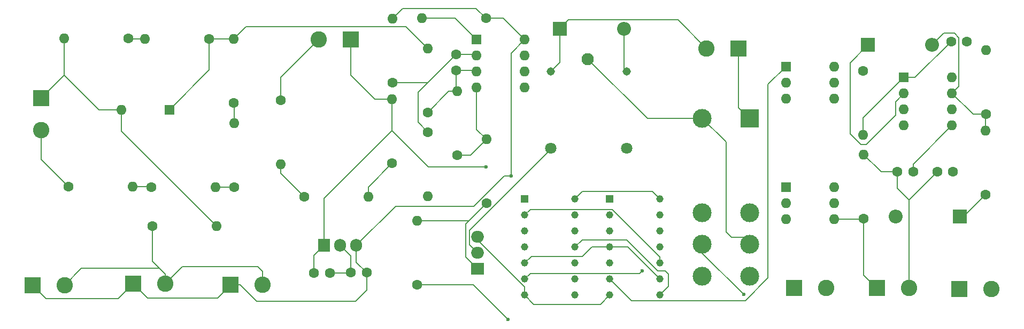
<source format=gbr>
%TF.GenerationSoftware,KiCad,Pcbnew,7.0.5*%
%TF.CreationDate,2023-12-24T17:16:59+05:30*%
%TF.ProjectId,TSALv3,5453414c-7633-42e6-9b69-6361645f7063,rev?*%
%TF.SameCoordinates,Original*%
%TF.FileFunction,Copper,L1,Top*%
%TF.FilePolarity,Positive*%
%FSLAX46Y46*%
G04 Gerber Fmt 4.6, Leading zero omitted, Abs format (unit mm)*
G04 Created by KiCad (PCBNEW 7.0.5) date 2023-12-24 17:16:59*
%MOMM*%
%LPD*%
G01*
G04 APERTURE LIST*
%TA.AperFunction,ComponentPad*%
%ADD10C,1.600000*%
%TD*%
%TA.AperFunction,ComponentPad*%
%ADD11O,1.600000X1.600000*%
%TD*%
%TA.AperFunction,ComponentPad*%
%ADD12R,2.600000X2.600000*%
%TD*%
%TA.AperFunction,ComponentPad*%
%ADD13C,2.600000*%
%TD*%
%TA.AperFunction,ComponentPad*%
%ADD14R,1.905000X2.000000*%
%TD*%
%TA.AperFunction,ComponentPad*%
%ADD15O,1.905000X2.000000*%
%TD*%
%TA.AperFunction,ComponentPad*%
%ADD16R,1.170000X1.170000*%
%TD*%
%TA.AperFunction,ComponentPad*%
%ADD17C,1.170000*%
%TD*%
%TA.AperFunction,ComponentPad*%
%ADD18R,2.000000X1.905000*%
%TD*%
%TA.AperFunction,ComponentPad*%
%ADD19O,2.000000X1.905000*%
%TD*%
%TA.AperFunction,ComponentPad*%
%ADD20R,2.200000X2.200000*%
%TD*%
%TA.AperFunction,ComponentPad*%
%ADD21O,2.200000X2.200000*%
%TD*%
%TA.AperFunction,ComponentPad*%
%ADD22C,3.000000*%
%TD*%
%TA.AperFunction,ComponentPad*%
%ADD23R,3.000000X3.000000*%
%TD*%
%TA.AperFunction,ComponentPad*%
%ADD24R,1.600000X1.600000*%
%TD*%
%TA.AperFunction,ComponentPad*%
%ADD25C,1.308000*%
%TD*%
%TA.AperFunction,ComponentPad*%
%ADD26C,1.950000*%
%TD*%
%TA.AperFunction,ComponentPad*%
%ADD27C,1.800000*%
%TD*%
%TA.AperFunction,ViaPad*%
%ADD28C,0.600000*%
%TD*%
%TA.AperFunction,Conductor*%
%ADD29C,0.200000*%
%TD*%
G04 APERTURE END LIST*
D10*
%TO.P,R4,1*%
%TO.N,Net-(R2-Pad2)*%
X86842600Y-61391800D03*
D11*
%TO.P,R4,2*%
%TO.N,Net-(R4-Pad2)*%
X97002600Y-61391800D03*
%TD*%
D10*
%TO.P,R8,1*%
%TO.N,/Vin*%
X96012000Y-37871400D03*
D11*
%TO.P,R8,2*%
%TO.N,Net-(R8-Pad2)*%
X85852000Y-37871400D03*
%TD*%
D10*
%TO.P,R1,1*%
%TO.N,Net-(R1-Pad1)*%
X124993400Y-57632600D03*
D11*
%TO.P,R1,2*%
%TO.N,+12V*%
X124993400Y-47472600D03*
%TD*%
D12*
%TO.P,J6,1,Pin_1*%
%TO.N,+12V*%
X179862400Y-39420600D03*
D13*
%TO.P,J6,2,Pin_2*%
%TO.N,reset*%
X174782400Y-39420600D03*
%TD*%
D14*
%TO.P,U5,1,IN*%
%TO.N,+12V*%
X114249200Y-70688200D03*
D15*
%TO.P,U5,2,GND*%
%TO.N,GND*%
X116789200Y-70688200D03*
%TO.P,U5,3,OUT*%
%TO.N,+5V*%
X119329200Y-70688200D03*
%TD*%
D16*
%TO.P,U7,1,1A*%
%TO.N,unconnected-(U7-1A-Pad1)*%
X159453600Y-63322200D03*
D17*
%TO.P,U7,2,1B*%
%TO.N,unconnected-(U7-1B-Pad2)*%
X159453600Y-65862200D03*
%TO.P,U7,3,1Y*%
%TO.N,unconnected-(U7-1Y-Pad3)*%
X159453600Y-68402200D03*
%TO.P,U7,4,2A*%
%TO.N,TS Status*%
X159453600Y-70942200D03*
%TO.P,U7,5,2B*%
%TO.N,AIR State*%
X159453600Y-73482200D03*
%TO.P,U7,6,2Y*%
%TO.N,RED ON*%
X159453600Y-76022200D03*
%TO.P,U7,7,GND*%
%TO.N,GND*%
X159453600Y-78562200D03*
%TO.P,U7,8,3Y*%
%TO.N,TSAL Error*%
X167393600Y-78562200D03*
%TO.P,U7,9,3A*%
%TO.N,TS Status*%
X167393600Y-76022200D03*
%TO.P,U7,10,3B*%
%TO.N,AUX Open*%
X167393600Y-73482200D03*
%TO.P,U7,11,4Y*%
%TO.N,unconnected-(U7-4Y-Pad11)*%
X167393600Y-70942200D03*
%TO.P,U7,12,4A*%
%TO.N,unconnected-(U7-4A-Pad12)*%
X167393600Y-68402200D03*
%TO.P,U7,13,4B*%
%TO.N,unconnected-(U7-4B-Pad13)*%
X167393600Y-65862200D03*
%TO.P,U7,14,VCC*%
%TO.N,+5V*%
X167393600Y-63322200D03*
%TD*%
D10*
%TO.P,R16,1*%
%TO.N,Net-(D1-A)*%
X218998800Y-49860200D03*
D11*
%TO.P,R16,2*%
%TO.N,Net-(U4-VCC)*%
X218998800Y-39700200D03*
%TD*%
D16*
%TO.P,U6,1,1A*%
%TO.N,AIR State*%
X146000900Y-63322200D03*
D17*
%TO.P,U6,2,1Y*%
%TO.N,AUX Open*%
X146000900Y-65862200D03*
%TO.P,U6,3,2A*%
%TO.N,unconnected-(U6-2A-Pad3)*%
X146000900Y-68402200D03*
%TO.P,U6,4,2Y*%
%TO.N,unconnected-(U6-2Y-Pad4)*%
X146000900Y-70942200D03*
%TO.P,U6,5,3A*%
%TO.N,TS Status*%
X146000900Y-73482200D03*
%TO.P,U6,6,3Y*%
%TO.N,TS' Status*%
X146000900Y-76022200D03*
%TO.P,U6,7,GND*%
%TO.N,GND*%
X146000900Y-78562200D03*
%TO.P,U6,8,4Y*%
%TO.N,unconnected-(U6-4Y-Pad8)*%
X153940900Y-78562200D03*
%TO.P,U6,9,4A*%
%TO.N,unconnected-(U6-4A-Pad9)*%
X153940900Y-76022200D03*
%TO.P,U6,10,5Y*%
%TO.N,TSAL Error'*%
X153940900Y-73482200D03*
%TO.P,U6,11,5A*%
%TO.N,TSAL Error*%
X153940900Y-70942200D03*
%TO.P,U6,12,6Y*%
%TO.N,unconnected-(U6-6Y-Pad12)*%
X153940900Y-68402200D03*
%TO.P,U6,13,6A*%
%TO.N,unconnected-(U6-6A-Pad13)*%
X153940900Y-65862200D03*
%TO.P,U6,14,VCC*%
%TO.N,+5V*%
X153940900Y-63322200D03*
%TD*%
D10*
%TO.P,R3,1*%
%TO.N,/Vref*%
X111074200Y-62941200D03*
D11*
%TO.P,R3,2*%
%TO.N,Net-(R1-Pad1)*%
X121234200Y-62941200D03*
%TD*%
D10*
%TO.P,R2,1*%
%TO.N,/+HV*%
X73761600Y-61366400D03*
D11*
%TO.P,R2,2*%
%TO.N,Net-(R2-Pad2)*%
X83921600Y-61366400D03*
%TD*%
D10*
%TO.P,R10,1*%
%TO.N,Net-(U1A-+)*%
X130632200Y-49555400D03*
D11*
%TO.P,R10,2*%
%TO.N,/Vin*%
X130632200Y-39395400D03*
%TD*%
D10*
%TO.P,C2,1*%
%TO.N,Net-(U1A-+)*%
X135138000Y-42865200D03*
%TO.P,C2,2*%
%TO.N,Net-(U1A--)*%
X135138000Y-40365200D03*
%TD*%
D18*
%TO.P,Q1,1,G*%
%TO.N,Net-(Q1-G)*%
X138536800Y-74371200D03*
D19*
%TO.P,Q1,2,D*%
%TO.N,Net-(Q1-D)*%
X138536800Y-71831200D03*
%TO.P,Q1,3,S*%
%TO.N,GND*%
X138536800Y-69291200D03*
%TD*%
D10*
%TO.P,R28,1*%
%TO.N,Net-(Q1-G)*%
X139928600Y-63982600D03*
D11*
%TO.P,R28,2*%
%TO.N,GND*%
X139928600Y-53822600D03*
%TD*%
D10*
%TO.P,R5,1*%
%TO.N,GND*%
X107391200Y-47650400D03*
D11*
%TO.P,R5,2*%
%TO.N,/Vref*%
X107391200Y-57810400D03*
%TD*%
D20*
%TO.P,D3,1,K*%
%TO.N,reset*%
X151536400Y-36271200D03*
D21*
%TO.P,D3,2,A*%
%TO.N,GND*%
X161696400Y-36271200D03*
%TD*%
D10*
%TO.P,R14,1*%
%TO.N,Net-(U4-VCC)*%
X199593200Y-43002200D03*
D11*
%TO.P,R14,2*%
%TO.N,GLV-*%
X199593200Y-53162200D03*
%TD*%
D12*
%TO.P,J1,1,Pin_1*%
%TO.N,GND*%
X69418000Y-47264400D03*
D13*
%TO.P,J1,2,Pin_2*%
%TO.N,/+HV*%
X69418000Y-52344400D03*
%TD*%
D10*
%TO.P,C4,1*%
%TO.N,GLV-*%
X213507000Y-38303200D03*
%TO.P,C4,2*%
%TO.N,Net-(U4-VCC)*%
X216007000Y-38303200D03*
%TD*%
D12*
%TO.P,J4,1,Pin_1*%
%TO.N,+5V*%
X83997800Y-76733400D03*
D13*
%TO.P,J4,2,Pin_2*%
%TO.N,AIR State*%
X89077800Y-76733400D03*
%TD*%
D10*
%TO.P,C1,1*%
%TO.N,GND*%
X115143600Y-75031600D03*
%TO.P,C1,2*%
%TO.N,+12V*%
X112643600Y-75031600D03*
%TD*%
D12*
%TO.P,J7,1,Pin_1*%
%TO.N,GLV+*%
X214828200Y-77597200D03*
D13*
%TO.P,J7,2,Pin_2*%
%TO.N,GLV-*%
X219908200Y-77597200D03*
%TD*%
D10*
%TO.P,R19,1*%
%TO.N,GND*%
X135280400Y-56362600D03*
D11*
%TO.P,R19,2*%
%TO.N,Net-(U1A-+)*%
X135280400Y-46202600D03*
%TD*%
D10*
%TO.P,R18,1*%
%TO.N,Net-(U1A--)*%
X125044200Y-44831000D03*
D11*
%TO.P,R18,2*%
%TO.N,+5V*%
X125044200Y-34671000D03*
%TD*%
D22*
%TO.P,K2,11*%
%TO.N,Net-(K1-PadCOM)*%
X181609100Y-70522500D03*
%TO.P,K2,12*%
%TO.N,unconnected-(K2-Pad12)*%
X181609100Y-65522500D03*
%TO.P,K2,14*%
%TO.N,Net-(Q1-D)*%
X181609100Y-75522500D03*
%TO.P,K2,21*%
%TO.N,GLV+*%
X174109100Y-70522500D03*
%TO.P,K2,22*%
%TO.N,unconnected-(K2-Pad22)*%
X174109100Y-65522500D03*
%TO.P,K2,24*%
%TO.N,GLV supply*%
X174109100Y-75522500D03*
D23*
%TO.P,K2,A1*%
%TO.N,+12V*%
X181609100Y-50522500D03*
D22*
%TO.P,K2,A2*%
%TO.N,Net-(K1-PadCOM)*%
X174109100Y-50522500D03*
%TD*%
D10*
%TO.P,R12,1*%
%TO.N,+5V*%
X139877800Y-34620200D03*
D11*
%TO.P,R12,2*%
%TO.N,TS Status*%
X129717800Y-34620200D03*
%TD*%
D24*
%TO.P,D2,1,K*%
%TO.N,/Vin*%
X89712800Y-49123600D03*
D11*
%TO.P,D2,2,A*%
%TO.N,GND*%
X82092800Y-49123600D03*
%TD*%
D12*
%TO.P,J5,1,Pin_1*%
%TO.N,+5V*%
X99441000Y-76885800D03*
D13*
%TO.P,J5,2,Pin_2*%
%TO.N,AIR State*%
X104521000Y-76885800D03*
%TD*%
D20*
%TO.P,D4,1,K*%
%TO.N,Net-(D4-K)*%
X214858600Y-66065400D03*
D21*
%TO.P,D4,2,A*%
%TO.N,Net-(D1-K)*%
X204698600Y-66065400D03*
%TD*%
D25*
%TO.P,K1,COIL1*%
%TO.N,GND*%
X162102800Y-43070400D03*
%TO.P,K1,COIL2*%
%TO.N,reset*%
X150102800Y-43070400D03*
D26*
%TO.P,K1,COM*%
%TO.N,Net-(K1-PadCOM)*%
X155982800Y-41070400D03*
D27*
%TO.P,K1,NC*%
%TO.N,unconnected-(K1-PadNC)*%
X162102800Y-55270400D03*
%TO.P,K1,NO*%
%TO.N,Net-(Q1-D)*%
X150102800Y-55270400D03*
%TD*%
D10*
%TO.P,C6,1*%
%TO.N,GLV-*%
X211322600Y-58928000D03*
%TO.P,C6,2*%
%TO.N,Net-(D1-K)*%
X213822600Y-58928000D03*
%TD*%
D12*
%TO.P,J8,1,Pin_1*%
%TO.N,/GRN+*%
X201747200Y-77444800D03*
D13*
%TO.P,J8,2,Pin_2*%
%TO.N,GLV-*%
X206827200Y-77444800D03*
%TD*%
D10*
%TO.P,C5,1*%
%TO.N,GLV-*%
X204998000Y-59004200D03*
%TO.P,C5,2*%
%TO.N,Net-(U4-CV)*%
X207498000Y-59004200D03*
%TD*%
%TO.P,R17,1*%
%TO.N,Net-(D4-K)*%
X218922600Y-62585600D03*
D11*
%TO.P,R17,2*%
%TO.N,Net-(D1-A)*%
X218922600Y-52425600D03*
%TD*%
D24*
%TO.P,U8,1*%
%TO.N,TS' Status*%
X187411200Y-61381400D03*
D11*
%TO.P,U8,2*%
%TO.N,GND*%
X187411200Y-63921400D03*
%TO.P,U8,3,NC*%
%TO.N,unconnected-(U8-NC-Pad3)*%
X187411200Y-66461400D03*
%TO.P,U8,4*%
%TO.N,/GRN+*%
X195031200Y-66461400D03*
%TO.P,U8,5*%
%TO.N,GLV supply*%
X195031200Y-63921400D03*
%TO.P,U8,6*%
%TO.N,unconnected-(U8-Pad6)*%
X195031200Y-61381400D03*
%TD*%
D10*
%TO.P,R7,1*%
%TO.N,Net-(R6-Pad2)*%
X99923600Y-48006000D03*
D11*
%TO.P,R7,2*%
%TO.N,/Vin*%
X99923600Y-37846000D03*
%TD*%
D24*
%TO.P,U4,1,GND*%
%TO.N,GLV-*%
X206029400Y-44002800D03*
D11*
%TO.P,U4,2,TR*%
%TO.N,Net-(D1-K)*%
X206029400Y-46542800D03*
%TO.P,U4,3,Q*%
%TO.N,/RED+*%
X206029400Y-49082800D03*
%TO.P,U4,4,R*%
%TO.N,unconnected-(U4-R-Pad4)*%
X206029400Y-51622800D03*
%TO.P,U4,5,CV*%
%TO.N,Net-(U4-CV)*%
X213649400Y-51622800D03*
%TO.P,U4,6,THR*%
%TO.N,Net-(D1-K)*%
X213649400Y-49082800D03*
%TO.P,U4,7,DIS*%
%TO.N,Net-(D1-A)*%
X213649400Y-46542800D03*
%TO.P,U4,8,VCC*%
%TO.N,Net-(U4-VCC)*%
X213649400Y-44002800D03*
%TD*%
D10*
%TO.P,R9,1*%
%TO.N,Net-(R8-Pad2)*%
X83235800Y-37820600D03*
D11*
%TO.P,R9,2*%
%TO.N,GND*%
X73075800Y-37820600D03*
%TD*%
D24*
%TO.P,U1,1*%
%TO.N,TS Status*%
X138389200Y-38008400D03*
D11*
%TO.P,U1,2,-*%
%TO.N,Net-(U1A--)*%
X138389200Y-40548400D03*
%TO.P,U1,3,+*%
%TO.N,Net-(U1A-+)*%
X138389200Y-43088400D03*
%TO.P,U1,4,V-*%
%TO.N,GND*%
X138389200Y-45628400D03*
%TO.P,U1,5*%
%TO.N,N/C*%
X146009200Y-45628400D03*
%TO.P,U1,6*%
X146009200Y-43088400D03*
%TO.P,U1,7*%
X146009200Y-40548400D03*
%TO.P,U1,8,V+*%
%TO.N,+5V*%
X146009200Y-38008400D03*
%TD*%
D10*
%TO.P,R6,1*%
%TO.N,Net-(R4-Pad2)*%
X99974400Y-61417200D03*
D11*
%TO.P,R6,2*%
%TO.N,Net-(R6-Pad2)*%
X99974400Y-51257200D03*
%TD*%
D12*
%TO.P,J3,1,Pin_1*%
%TO.N,+5V*%
X68072000Y-76987400D03*
D13*
%TO.P,J3,2,Pin_2*%
%TO.N,AIR State*%
X73152000Y-76987400D03*
%TD*%
D10*
%TO.P,R27,1*%
%TO.N,TSAL Error'*%
X128981200Y-76885800D03*
D11*
%TO.P,R27,2*%
%TO.N,Net-(Q1-G)*%
X128981200Y-66725800D03*
%TD*%
D10*
%TO.P,R15,1*%
%TO.N,AIR State*%
X87020400Y-67640200D03*
D11*
%TO.P,R15,2*%
%TO.N,GND*%
X97180400Y-67640200D03*
%TD*%
D24*
%TO.P,U3,1*%
%TO.N,RED ON*%
X187360400Y-42255200D03*
D11*
%TO.P,U3,2*%
%TO.N,GND*%
X187360400Y-44795200D03*
%TO.P,U3,3,NC*%
%TO.N,unconnected-(U3-NC-Pad3)*%
X187360400Y-47335200D03*
%TO.P,U3,4*%
%TO.N,Net-(U4-VCC)*%
X194980400Y-47335200D03*
%TO.P,U3,5*%
%TO.N,GLV supply*%
X194980400Y-44795200D03*
%TO.P,U3,6*%
%TO.N,unconnected-(U3-Pad6)*%
X194980400Y-42255200D03*
%TD*%
D12*
%TO.P,J2,1,Pin_1*%
%TO.N,+12V*%
X118470600Y-37947400D03*
D13*
%TO.P,J2,2,Pin_2*%
%TO.N,GND*%
X113390600Y-37947400D03*
%TD*%
D12*
%TO.P,J9,1,Pin_1*%
%TO.N,/RED+*%
X188666200Y-77444800D03*
D13*
%TO.P,J9,2,Pin_2*%
%TO.N,GLV-*%
X193746200Y-77444800D03*
%TD*%
D20*
%TO.P,D1,1,K*%
%TO.N,Net-(D1-K)*%
X200355200Y-38811200D03*
D21*
%TO.P,D1,2,A*%
%TO.N,Net-(D1-A)*%
X210515200Y-38811200D03*
%TD*%
D10*
%TO.P,C3,1*%
%TO.N,GND*%
X118460200Y-75006200D03*
%TO.P,C3,2*%
%TO.N,+5V*%
X120960200Y-75006200D03*
%TD*%
%TO.P,R13,1*%
%TO.N,/GRN+*%
X199669400Y-66421000D03*
D11*
%TO.P,R13,2*%
%TO.N,GLV-*%
X199669400Y-56261000D03*
%TD*%
D10*
%TO.P,R11,1*%
%TO.N,Net-(U1A--)*%
X130683000Y-52679600D03*
D11*
%TO.P,R11,2*%
%TO.N,/Vref*%
X130683000Y-62839600D03*
%TD*%
D28*
%TO.N,+5V*%
X143814800Y-59613800D03*
%TO.N,+12V*%
X139903200Y-58191400D03*
%TO.N,GLV+*%
X180644800Y-78435200D03*
%TO.N,TS' Status*%
X164592000Y-74701400D03*
%TO.N,TSAL Error'*%
X143357600Y-82397600D03*
%TD*%
D29*
%TO.N,+12V*%
X112643600Y-72293800D02*
X114249200Y-70688200D01*
X112643600Y-75031600D02*
X112643600Y-72293800D01*
%TO.N,GND*%
X115143600Y-75031600D02*
X118434800Y-75031600D01*
X118434800Y-75031600D02*
X118460200Y-75006200D01*
%TO.N,+5V*%
X119329200Y-70688200D02*
X119329200Y-73375200D01*
X119329200Y-73375200D02*
X120960200Y-75006200D01*
%TO.N,GND*%
X118460200Y-72359200D02*
X116789200Y-70688200D01*
X118460200Y-75006200D02*
X118460200Y-72359200D01*
%TO.N,+5V*%
X120960200Y-77749400D02*
X119182200Y-79527400D01*
X120960200Y-75006200D02*
X120960200Y-77749400D01*
X143814800Y-59613800D02*
X143814800Y-40202800D01*
X70180200Y-79095600D02*
X81635600Y-79095600D01*
X126695200Y-33020000D02*
X138277600Y-33020000D01*
X155134700Y-62128400D02*
X166199800Y-62128400D01*
X142621000Y-34620200D02*
X146009200Y-38008400D01*
X86258400Y-78994000D02*
X97332800Y-78994000D01*
X68072000Y-76987400D02*
X70180200Y-79095600D01*
X100941000Y-76885800D02*
X103582600Y-79527400D01*
X138277600Y-33020000D02*
X139877800Y-34620200D01*
X139877800Y-34620200D02*
X142621000Y-34620200D01*
X99441000Y-76885800D02*
X100941000Y-76885800D01*
X142741765Y-59613800D02*
X143814800Y-59613800D01*
X125579165Y-64438235D02*
X137917330Y-64438235D01*
X166199800Y-62128400D02*
X167393600Y-63322200D01*
X125044200Y-34671000D02*
X126695200Y-33020000D01*
X97332800Y-78994000D02*
X99441000Y-76885800D01*
X143814800Y-40202800D02*
X146009200Y-38008400D01*
X137917330Y-64438235D02*
X142741765Y-59613800D01*
X103582600Y-79527400D02*
X119182200Y-79527400D01*
X83997800Y-76733400D02*
X86258400Y-78994000D01*
X119329200Y-70688200D02*
X125579165Y-64438235D01*
X81635600Y-79095600D02*
X83997800Y-76733400D01*
X153940900Y-63322200D02*
X155134700Y-62128400D01*
%TO.N,AIR State*%
X73152000Y-76987400D02*
X75819000Y-74320400D01*
X75819000Y-74320400D02*
X88138000Y-74320400D01*
X89077800Y-75260200D02*
X88138000Y-74320400D01*
X104521000Y-74803000D02*
X103759000Y-74041000D01*
X103759000Y-74041000D02*
X91770200Y-74041000D01*
X91770200Y-74041000D02*
X89077800Y-76733400D01*
X87020400Y-67640200D02*
X87020400Y-73202800D01*
X104521000Y-76885800D02*
X104521000Y-74803000D01*
X87020400Y-73202800D02*
X88138000Y-74320400D01*
X89077800Y-76733400D02*
X89077800Y-75260200D01*
%TO.N,/GRN+*%
X195031200Y-66461400D02*
X199629000Y-66461400D01*
X199629000Y-66461400D02*
X199669400Y-66421000D01*
X199669400Y-75367000D02*
X201747200Y-77444800D01*
X199669400Y-66421000D02*
X199669400Y-75367000D01*
%TO.N,GLV-*%
X206827200Y-77444800D02*
X206827200Y-63423400D01*
X199593200Y-53162200D02*
X199593200Y-50439000D01*
X204998000Y-59004200D02*
X202412600Y-59004200D01*
X202412600Y-59004200D02*
X199669400Y-56261000D01*
X204998000Y-59004200D02*
X204998000Y-61594200D01*
X204998000Y-61594200D02*
X206827200Y-63423400D01*
X207807400Y-44002800D02*
X206029400Y-44002800D01*
X213507000Y-38303200D02*
X207807400Y-44002800D01*
X206827200Y-63423400D02*
X211322600Y-58928000D01*
X199593200Y-50439000D02*
X206029400Y-44002800D01*
%TO.N,GND*%
X78592800Y-49123600D02*
X73075800Y-43606600D01*
X82092800Y-49123600D02*
X82092800Y-52552600D01*
X161696400Y-36271200D02*
X161696400Y-42664000D01*
X138536800Y-69809680D02*
X146000900Y-77273780D01*
X138536800Y-69291200D02*
X138536800Y-69809680D01*
X107391200Y-43946800D02*
X113390600Y-37947400D01*
X73075800Y-43606600D02*
X69418000Y-47264400D01*
X137388600Y-56362600D02*
X139928600Y-53822600D01*
X146000900Y-78562200D02*
X147448700Y-80010000D01*
X135280400Y-56362600D02*
X137388600Y-56362600D01*
X138389200Y-45628400D02*
X138389200Y-52283200D01*
X73075800Y-37820600D02*
X73075800Y-43606600D01*
X161696400Y-42664000D02*
X162102800Y-43070400D01*
X82092800Y-49123600D02*
X78592800Y-49123600D01*
X138389200Y-52283200D02*
X139928600Y-53822600D01*
X82092800Y-52552600D02*
X97180400Y-67640200D01*
X147448700Y-80010000D02*
X158005800Y-80010000D01*
X107391200Y-47650400D02*
X107391200Y-43946800D01*
X158005800Y-80010000D02*
X159453600Y-78562200D01*
X146000900Y-77273780D02*
X146000900Y-78562200D01*
%TO.N,/+HV*%
X69418000Y-57022800D02*
X73761600Y-61366400D01*
X69418000Y-52344400D02*
X69418000Y-57022800D01*
%TO.N,+12V*%
X124993400Y-47472600D02*
X122275600Y-47472600D01*
X114249200Y-63220600D02*
X114249200Y-70688200D01*
X124993400Y-52476400D02*
X114249200Y-63220600D01*
X118470600Y-43667600D02*
X118470600Y-37947400D01*
X139903200Y-58191400D02*
X130708400Y-58191400D01*
X179862400Y-48775800D02*
X181609100Y-50522500D01*
X179862400Y-39420600D02*
X179862400Y-48775800D01*
X124993400Y-47472600D02*
X124993400Y-52476400D01*
X130708400Y-58191400D02*
X124993400Y-52476400D01*
X122275600Y-47472600D02*
X118470600Y-43667600D01*
%TO.N,reset*%
X151536400Y-36271200D02*
X151536400Y-41636800D01*
X170233000Y-34871200D02*
X174782400Y-39420600D01*
X152936400Y-34871200D02*
X170233000Y-34871200D01*
X151536400Y-36271200D02*
X152936400Y-34871200D01*
X151536400Y-41636800D02*
X150102800Y-43070400D01*
%TO.N,GLV+*%
X174109100Y-71899500D02*
X174109100Y-70522500D01*
X180644800Y-78435200D02*
X174109100Y-71899500D01*
%TO.N,Net-(Q1-D)*%
X137236800Y-68249200D02*
X150102800Y-55383200D01*
X150102800Y-55383200D02*
X150102800Y-55270400D01*
X138536800Y-71831200D02*
X137236800Y-70531200D01*
X137236800Y-70531200D02*
X137236800Y-68249200D01*
%TO.N,Net-(K1-PadCOM)*%
X180479400Y-69392800D02*
X181609100Y-70522500D01*
X177850800Y-54264200D02*
X177850800Y-68503800D01*
X177850800Y-68503800D02*
X178739800Y-69392800D01*
X165434900Y-50522500D02*
X174109100Y-50522500D01*
X178739800Y-69392800D02*
X180479400Y-69392800D01*
X155982800Y-41070400D02*
X165434900Y-50522500D01*
X174109100Y-50522500D02*
X177850800Y-54264200D01*
%TO.N,AUX Open*%
X167393600Y-72550620D02*
X167393600Y-73482200D01*
X159820180Y-64977200D02*
X167393600Y-72550620D01*
X146885900Y-64977200D02*
X159820180Y-64977200D01*
X146000900Y-65862200D02*
X146885900Y-64977200D01*
%TO.N,TS Status*%
X146000900Y-73482200D02*
X147042300Y-72440800D01*
X156616400Y-70942200D02*
X159453600Y-70942200D01*
X162313600Y-70942200D02*
X167393600Y-76022200D01*
X159453600Y-70942200D02*
X162313600Y-70942200D01*
X135001000Y-34620200D02*
X138389200Y-38008400D01*
X147042300Y-72440800D02*
X155117800Y-72440800D01*
X129717800Y-34620200D02*
X135001000Y-34620200D01*
X155117800Y-72440800D02*
X156616400Y-70942200D01*
%TO.N,TS' Status*%
X146000900Y-76022200D02*
X146885900Y-75137200D01*
X164156200Y-75137200D02*
X164592000Y-74701400D01*
X146885900Y-75137200D02*
X164156200Y-75137200D01*
%TO.N,TSAL Error'*%
X137845800Y-76885800D02*
X143357600Y-82397600D01*
X128981200Y-76885800D02*
X137845800Y-76885800D01*
%TO.N,TSAL Error*%
X168275000Y-74752200D02*
X167081200Y-74752200D01*
X167081200Y-74752200D02*
X162102800Y-69773800D01*
X155109300Y-69773800D02*
X153940900Y-70942200D01*
X167393600Y-78562200D02*
X168783000Y-77172800D01*
X162102800Y-69773800D02*
X155109300Y-69773800D01*
X168783000Y-77172800D02*
X168783000Y-75260200D01*
X168783000Y-75260200D02*
X168275000Y-74752200D01*
%TO.N,RED ON*%
X180928200Y-79447200D02*
X184531000Y-75844400D01*
X162878600Y-79447200D02*
X180928200Y-79447200D01*
X184531000Y-75844400D02*
X184531000Y-45084600D01*
X184531000Y-45084600D02*
X187360400Y-42255200D01*
X159453600Y-76022200D02*
X162878600Y-79447200D01*
%TO.N,/Vin*%
X101828600Y-35941000D02*
X127177800Y-35941000D01*
X127177800Y-35941000D02*
X129387600Y-38150800D01*
X96012000Y-42824400D02*
X89712800Y-49123600D01*
X129082800Y-37846000D02*
X130632200Y-39395400D01*
X99923600Y-37846000D02*
X101828600Y-35941000D01*
X96012000Y-37871400D02*
X96012000Y-42824400D01*
X96037400Y-37846000D02*
X96012000Y-37871400D01*
X99923600Y-37846000D02*
X96037400Y-37846000D01*
%TO.N,Net-(U1A--)*%
X130672200Y-44831000D02*
X135138000Y-40365200D01*
X129133600Y-46369600D02*
X130672200Y-44831000D01*
X125044200Y-44831000D02*
X130672200Y-44831000D01*
X138206000Y-40365200D02*
X138389200Y-40548400D01*
X130683000Y-52679600D02*
X129133600Y-51130200D01*
X129133600Y-51130200D02*
X129133600Y-46369600D01*
X135138000Y-40365200D02*
X138206000Y-40365200D01*
%TO.N,/Vref*%
X107391200Y-59258200D02*
X111074200Y-62941200D01*
X107391200Y-57810400D02*
X107391200Y-59258200D01*
%TO.N,Net-(U1A-+)*%
X138166000Y-42865200D02*
X138389200Y-43088400D01*
X133985000Y-46202600D02*
X130632200Y-49555400D01*
X135138000Y-42865200D02*
X135138000Y-46060200D01*
X135280400Y-46202600D02*
X133985000Y-46202600D01*
X135138000Y-42865200D02*
X138166000Y-42865200D01*
X135138000Y-46060200D02*
X135280400Y-46202600D01*
%TO.N,Net-(R8-Pad2)*%
X85852000Y-37871400D02*
X83286600Y-37871400D01*
X83286600Y-37871400D02*
X83235800Y-37820600D01*
%TO.N,Net-(R1-Pad1)*%
X121234200Y-62941200D02*
X121234200Y-61391800D01*
X121234200Y-61391800D02*
X124993400Y-57632600D01*
%TO.N,Net-(R6-Pad2)*%
X99974400Y-48056800D02*
X99923600Y-48006000D01*
X99974400Y-51257200D02*
X99974400Y-48056800D01*
%TO.N,Net-(R4-Pad2)*%
X97002600Y-61391800D02*
X99949000Y-61391800D01*
X99949000Y-61391800D02*
X99974400Y-61417200D01*
%TO.N,Net-(R2-Pad2)*%
X86817200Y-61366400D02*
X86842600Y-61391800D01*
X83921600Y-61366400D02*
X86817200Y-61366400D01*
%TO.N,Net-(D1-A)*%
X218922600Y-49936400D02*
X218998800Y-49860200D01*
X216966800Y-49860200D02*
X213649400Y-46542800D01*
X212344000Y-36982400D02*
X210515200Y-38811200D01*
X214045800Y-36982400D02*
X212344000Y-36982400D01*
X218922600Y-52425600D02*
X218922600Y-49936400D01*
X213649400Y-46542800D02*
X214749400Y-45442800D01*
X218998800Y-49860200D02*
X216966800Y-49860200D01*
X214749400Y-45442800D02*
X214749400Y-37686000D01*
X214749400Y-37686000D02*
X214045800Y-36982400D01*
%TO.N,Net-(D4-K)*%
X214858600Y-66065400D02*
X215442800Y-66065400D01*
X215442800Y-66065400D02*
X218922600Y-62585600D01*
%TO.N,Net-(Q1-G)*%
X128981200Y-66725800D02*
X137185400Y-66725800D01*
X136677400Y-72511800D02*
X136677400Y-67233800D01*
X137185400Y-66725800D02*
X139928600Y-63982600D01*
X138536800Y-74371200D02*
X136677400Y-72511800D01*
X136677400Y-67233800D02*
X137185400Y-66725800D01*
%TO.N,Net-(D1-K)*%
X199212200Y-54635400D02*
X197510400Y-52933600D01*
X204724000Y-49961800D02*
X200050400Y-54635400D01*
X200050400Y-54635400D02*
X199212200Y-54635400D01*
X197510400Y-52933600D02*
X197510400Y-41656000D01*
X197510400Y-41656000D02*
X200355200Y-38811200D01*
X204724000Y-47848200D02*
X204724000Y-49961800D01*
X206029400Y-46542800D02*
X204724000Y-47848200D01*
%TO.N,Net-(U4-CV)*%
X207498000Y-57774200D02*
X213649400Y-51622800D01*
X207498000Y-59004200D02*
X207498000Y-57774200D01*
%TD*%
M02*

</source>
